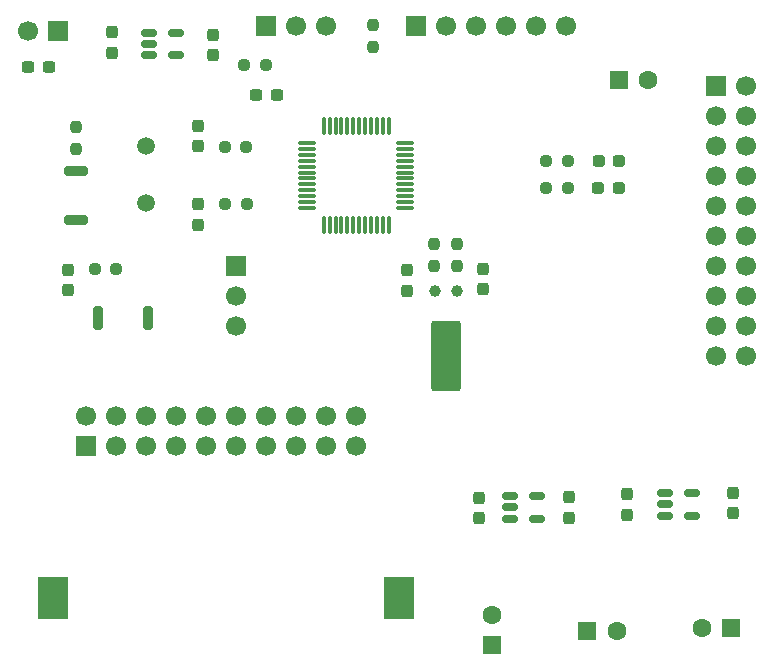
<source format=gbr>
%TF.GenerationSoftware,KiCad,Pcbnew,9.0.4*%
%TF.CreationDate,2025-09-21T18:36:08+05:30*%
%TF.ProjectId,l4_dev_board,6c345f64-6576-45f6-926f-6172642e6b69,rev?*%
%TF.SameCoordinates,Original*%
%TF.FileFunction,Soldermask,Top*%
%TF.FilePolarity,Negative*%
%FSLAX46Y46*%
G04 Gerber Fmt 4.6, Leading zero omitted, Abs format (unit mm)*
G04 Created by KiCad (PCBNEW 9.0.4) date 2025-09-21 18:36:08*
%MOMM*%
%LPD*%
G01*
G04 APERTURE LIST*
G04 Aperture macros list*
%AMRoundRect*
0 Rectangle with rounded corners*
0 $1 Rounding radius*
0 $2 $3 $4 $5 $6 $7 $8 $9 X,Y pos of 4 corners*
0 Add a 4 corners polygon primitive as box body*
4,1,4,$2,$3,$4,$5,$6,$7,$8,$9,$2,$3,0*
0 Add four circle primitives for the rounded corners*
1,1,$1+$1,$2,$3*
1,1,$1+$1,$4,$5*
1,1,$1+$1,$6,$7*
1,1,$1+$1,$8,$9*
0 Add four rect primitives between the rounded corners*
20,1,$1+$1,$2,$3,$4,$5,0*
20,1,$1+$1,$4,$5,$6,$7,0*
20,1,$1+$1,$6,$7,$8,$9,0*
20,1,$1+$1,$8,$9,$2,$3,0*%
G04 Aperture macros list end*
%ADD10RoundRect,0.237500X0.237500X-0.300000X0.237500X0.300000X-0.237500X0.300000X-0.237500X-0.300000X0*%
%ADD11RoundRect,0.237500X-0.300000X-0.237500X0.300000X-0.237500X0.300000X0.237500X-0.300000X0.237500X0*%
%ADD12RoundRect,0.150000X-0.512500X-0.150000X0.512500X-0.150000X0.512500X0.150000X-0.512500X0.150000X0*%
%ADD13R,2.600000X3.600000*%
%ADD14RoundRect,0.237500X-0.237500X0.300000X-0.237500X-0.300000X0.237500X-0.300000X0.237500X0.300000X0*%
%ADD15RoundRect,0.237500X0.237500X-0.250000X0.237500X0.250000X-0.237500X0.250000X-0.237500X-0.250000X0*%
%ADD16RoundRect,0.237500X-0.237500X0.250000X-0.237500X-0.250000X0.237500X-0.250000X0.237500X0.250000X0*%
%ADD17RoundRect,0.250000X0.550000X-0.550000X0.550000X0.550000X-0.550000X0.550000X-0.550000X-0.550000X0*%
%ADD18C,1.600000*%
%ADD19RoundRect,0.237500X-0.250000X-0.237500X0.250000X-0.237500X0.250000X0.237500X-0.250000X0.237500X0*%
%ADD20R,1.700000X1.700000*%
%ADD21C,1.700000*%
%ADD22C,1.000000*%
%ADD23RoundRect,0.250000X-1.000000X-2.750000X1.000000X-2.750000X1.000000X2.750000X-1.000000X2.750000X0*%
%ADD24RoundRect,0.237500X0.287500X0.237500X-0.287500X0.237500X-0.287500X-0.237500X0.287500X-0.237500X0*%
%ADD25RoundRect,0.250000X-0.550000X-0.550000X0.550000X-0.550000X0.550000X0.550000X-0.550000X0.550000X0*%
%ADD26C,1.500000*%
%ADD27RoundRect,0.075000X-0.662500X-0.075000X0.662500X-0.075000X0.662500X0.075000X-0.662500X0.075000X0*%
%ADD28RoundRect,0.075000X-0.075000X-0.662500X0.075000X-0.662500X0.075000X0.662500X-0.075000X0.662500X0*%
%ADD29RoundRect,0.200000X-0.200000X-0.800000X0.200000X-0.800000X0.200000X0.800000X-0.200000X0.800000X0*%
%ADD30RoundRect,0.200000X-0.800000X0.200000X-0.800000X-0.200000X0.800000X-0.200000X0.800000X0.200000X0*%
%ADD31RoundRect,0.237500X0.300000X0.237500X-0.300000X0.237500X-0.300000X-0.237500X0.300000X-0.237500X0*%
%ADD32RoundRect,0.250000X0.550000X0.550000X-0.550000X0.550000X-0.550000X-0.550000X0.550000X-0.550000X0*%
G04 APERTURE END LIST*
D10*
%TO.C,C2*%
X166963479Y-43247766D03*
X166963479Y-41522766D03*
%TD*%
D11*
%TO.C,C10*%
X152575353Y-36543220D03*
X154300353Y-36543220D03*
%TD*%
D12*
%TO.C,U3*%
X193386172Y-72866999D03*
X193386172Y-73816999D03*
X193386172Y-74766999D03*
X195661172Y-74766999D03*
X195661172Y-72866999D03*
%TD*%
D13*
%TO.C,BT1*%
X154689228Y-81527847D03*
X183989228Y-81527847D03*
%TD*%
D14*
%TO.C,C16*%
X198384673Y-72955286D03*
X198384673Y-74680286D03*
%TD*%
D15*
%TO.C,R91*%
X188858946Y-53363869D03*
X188858946Y-51538869D03*
%TD*%
D10*
%TO.C,C3*%
X191091438Y-55369383D03*
X191091438Y-53644383D03*
%TD*%
D14*
%TO.C,C12*%
X203280033Y-72721290D03*
X203280033Y-74446290D03*
%TD*%
D16*
%TO.C,R3*%
X156588296Y-41641858D03*
X156588296Y-43466858D03*
%TD*%
D17*
%TO.C,C11*%
X191872415Y-85433311D03*
D18*
X191872415Y-82933311D03*
%TD*%
D14*
%TO.C,C13*%
X212261135Y-72587207D03*
X212261135Y-74312207D03*
%TD*%
D19*
%TO.C,R4*%
X158216368Y-53670357D03*
X160041368Y-53670357D03*
%TD*%
D20*
%TO.C,J1*%
X185420000Y-33020000D03*
D21*
X187960000Y-33020000D03*
X190500000Y-33020000D03*
X193040000Y-33020000D03*
X195580000Y-33020000D03*
X198120000Y-33020000D03*
%TD*%
D19*
%TO.C,R26*%
X170877691Y-36329070D03*
X172702691Y-36329070D03*
%TD*%
%TO.C,R88*%
X169197637Y-43298110D03*
X171022637Y-43298110D03*
%TD*%
D22*
%TO.C,Y4*%
X187010000Y-55460000D03*
X188910000Y-55460000D03*
D23*
X187960000Y-60960000D03*
%TD*%
D24*
%TO.C,D1*%
X202590909Y-46785503D03*
X200840909Y-46785503D03*
%TD*%
D25*
%TO.C,C8*%
X202589374Y-37618139D03*
D18*
X205089374Y-37618139D03*
%TD*%
D26*
%TO.C,Y3*%
X162560000Y-48080000D03*
X162560000Y-43180000D03*
%TD*%
D27*
%TO.C,U1*%
X176177500Y-42970000D03*
X176177500Y-43470000D03*
X176177500Y-43970000D03*
X176177500Y-44470000D03*
X176177500Y-44970000D03*
X176177500Y-45470000D03*
X176177500Y-45970000D03*
X176177500Y-46470000D03*
X176177500Y-46970000D03*
X176177500Y-47470000D03*
X176177500Y-47970000D03*
X176177500Y-48470000D03*
D28*
X177590000Y-49882500D03*
X178090000Y-49882500D03*
X178590000Y-49882500D03*
X179090000Y-49882500D03*
X179590000Y-49882500D03*
X180090000Y-49882500D03*
X180590000Y-49882500D03*
X181090000Y-49882500D03*
X181590000Y-49882500D03*
X182090000Y-49882500D03*
X182590000Y-49882500D03*
X183090000Y-49882500D03*
D27*
X184502500Y-48470000D03*
X184502500Y-47970000D03*
X184502500Y-47470000D03*
X184502500Y-46970000D03*
X184502500Y-46470000D03*
X184502500Y-45970000D03*
X184502500Y-45470000D03*
X184502500Y-44970000D03*
X184502500Y-44470000D03*
X184502500Y-43970000D03*
X184502500Y-43470000D03*
X184502500Y-42970000D03*
D28*
X183090000Y-41557500D03*
X182590000Y-41557500D03*
X182090000Y-41557500D03*
X181590000Y-41557500D03*
X181090000Y-41557500D03*
X180590000Y-41557500D03*
X180090000Y-41557500D03*
X179590000Y-41557500D03*
X179090000Y-41557500D03*
X178590000Y-41557500D03*
X178090000Y-41557500D03*
X177590000Y-41557500D03*
%TD*%
D25*
%TO.C,C17*%
X199880677Y-84323293D03*
D18*
X202380677Y-84323293D03*
%TD*%
D20*
%TO.C,J2*%
X155135693Y-33478957D03*
D21*
X152595693Y-33478957D03*
%TD*%
D14*
%TO.C,C15*%
X190750133Y-73011660D03*
X190750133Y-74736660D03*
%TD*%
D19*
%TO.C,R90*%
X169267500Y-48098191D03*
X171092500Y-48098191D03*
%TD*%
D16*
%TO.C,R27*%
X181755320Y-33015447D03*
X181755320Y-34840447D03*
%TD*%
D20*
%TO.C,J11*%
X172720000Y-33020000D03*
D21*
X175260000Y-33020000D03*
X177800000Y-33020000D03*
%TD*%
D10*
%TO.C,C4*%
X184627717Y-55461942D03*
X184627717Y-53736942D03*
%TD*%
D29*
%TO.C,SW1*%
X158481523Y-57743775D03*
X162681523Y-57743775D03*
%TD*%
D20*
%TO.C,J5*%
X210820000Y-38100000D03*
D21*
X213360000Y-38100000D03*
X210820000Y-40640000D03*
X213360000Y-40640000D03*
X210820000Y-43180000D03*
X213360000Y-43180000D03*
X210820000Y-45720000D03*
X213360000Y-45720000D03*
X210820000Y-48260000D03*
X213360000Y-48260000D03*
X210820000Y-50800000D03*
X213360000Y-50800000D03*
X210820000Y-53340000D03*
X213360000Y-53340000D03*
X210820000Y-55880000D03*
X213360000Y-55880000D03*
X210820000Y-58420000D03*
X213360000Y-58420000D03*
X210820000Y-60960000D03*
X213360000Y-60960000D03*
%TD*%
D30*
%TO.C,SW2*%
X156613587Y-45322651D03*
X156613587Y-49522651D03*
%TD*%
D12*
%TO.C,U2*%
X206481532Y-72610746D03*
X206481532Y-73560746D03*
X206481532Y-74510746D03*
X208756532Y-74510746D03*
X208756532Y-72610746D03*
%TD*%
D14*
%TO.C,C7*%
X155982547Y-53717447D03*
X155982547Y-55442447D03*
%TD*%
D20*
%TO.C,J4*%
X170180000Y-53340000D03*
D21*
X170180000Y-55880000D03*
X170180000Y-58420000D03*
%TD*%
D14*
%TO.C,C1*%
X166977178Y-48166489D03*
X166977178Y-49891489D03*
%TD*%
D31*
%TO.C,C51*%
X173600066Y-38862756D03*
X171875066Y-38862756D03*
%TD*%
D15*
%TO.C,R89*%
X186957602Y-53378495D03*
X186957602Y-51553495D03*
%TD*%
D14*
%TO.C,C5*%
X159646559Y-33590979D03*
X159646559Y-35315979D03*
%TD*%
D19*
%TO.C,R1*%
X196427133Y-46813329D03*
X198252133Y-46813329D03*
%TD*%
D32*
%TO.C,C14*%
X212108582Y-84045297D03*
D18*
X209608582Y-84045297D03*
%TD*%
D24*
%TO.C,D2*%
X202627568Y-44478301D03*
X200877568Y-44478301D03*
%TD*%
D20*
%TO.C,J3*%
X157480000Y-68580000D03*
D21*
X157480000Y-66040000D03*
X160020000Y-68580000D03*
X160020000Y-66040000D03*
X162560000Y-68580000D03*
X162560000Y-66040000D03*
X165100000Y-68580000D03*
X165100000Y-66040000D03*
X167640000Y-68580000D03*
X167640000Y-66040000D03*
X170180000Y-68580000D03*
X170180000Y-66040000D03*
X172720000Y-68580000D03*
X172720000Y-66040000D03*
X175260000Y-68580000D03*
X175260000Y-66040000D03*
X177800000Y-68580000D03*
X177800000Y-66040000D03*
X180340000Y-68580000D03*
X180340000Y-66040000D03*
%TD*%
D12*
%TO.C,U4*%
X162771005Y-33633002D03*
X162771005Y-34583002D03*
X162771005Y-35533002D03*
X165046005Y-35533002D03*
X165046005Y-33633002D03*
%TD*%
D14*
%TO.C,C6*%
X168254733Y-33819580D03*
X168254733Y-35544580D03*
%TD*%
D19*
%TO.C,R2*%
X196427133Y-44506699D03*
X198252133Y-44506699D03*
%TD*%
M02*

</source>
